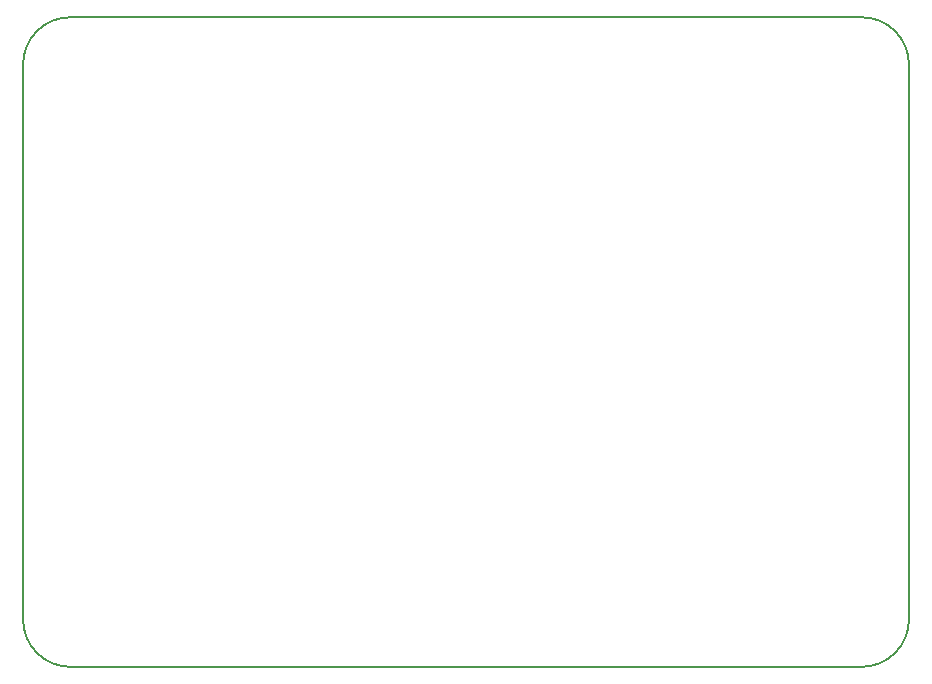
<source format=gbr>
G04 #@! TF.GenerationSoftware,KiCad,Pcbnew,(5.1.2-1)-1*
G04 #@! TF.CreationDate,2019-06-03T10:07:55+02:00*
G04 #@! TF.ProjectId,Dash,44617368-2e6b-4696-9361-645f70636258,rev?*
G04 #@! TF.SameCoordinates,Original*
G04 #@! TF.FileFunction,Profile,NP*
%FSLAX46Y46*%
G04 Gerber Fmt 4.6, Leading zero omitted, Abs format (unit mm)*
G04 Created by KiCad (PCBNEW (5.1.2-1)-1) date 2019-06-03 10:07:55*
%MOMM*%
%LPD*%
G04 APERTURE LIST*
%ADD10C,0.150000*%
G04 APERTURE END LIST*
D10*
X176000000Y-102400000D02*
G75*
G02X172000000Y-106400000I-4000000J0D01*
G01*
X105000000Y-106400000D02*
G75*
G02X101000000Y-102400000I0J4000000D01*
G01*
X172000000Y-106400000D02*
X105000000Y-106400000D01*
X172000000Y-51400000D02*
G75*
G02X176000000Y-55400000I0J-4000000D01*
G01*
X101000000Y-55400000D02*
G75*
G02X105000000Y-51400000I4000000J0D01*
G01*
X105000000Y-51400000D02*
X172000000Y-51400000D01*
X101000000Y-102400000D02*
X101000000Y-55400000D01*
X176000000Y-55400000D02*
X176000000Y-102400000D01*
M02*

</source>
